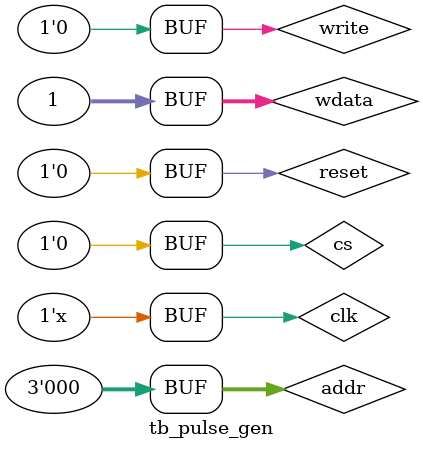
<source format=v>
`timescale 1ns/100ps
module tb_pulse_gen();

reg clk = 1;
reg reset = 1;
reg cs = 0;
reg [2:0] addr = 0;
reg write = 0;
reg [31:0] wdata = 0;

always #5
	clk<=~clk;
	
initial
	begin
	#100
	reset<=0;
	#100
	cs<=1;
	write<=1;
	addr<=1; //start
	wdata<=32'h800A000A;
	#10
	cs<=0;
	write<=0;
	#10
	cs<=1;
	write<=1;
	addr<=2; //stop 0
	wdata<=32'h800A0014;
	#10
	cs<=0;
	write<=0;
	#10
	cs<=1;
	write<=1;
	addr<=3; //stop 1
	wdata<=32'h800A0032;
	#10
	cs<=0;
	write<=0;
	#10
	cs<=1;
	write<=1;
	addr<=4; //stop 2
	wdata<=32'h800A0064;
	#10
	cs<=0;
	write<=0;
	#10
	cs<=1;
	write<=1;
	addr<=5; //stop 3
	wdata<=32'h800A00C8;
	#10
	cs<=0;
	write<=0;
	#10
	cs<=1;
	write<=1;
	addr<=6; //stop 4
	wdata<=32'h800A01F4;
	#10
	cs<=0;
	write<=0;
	#10
	cs<=1;
	write<=1;
	addr<=0; //control
	wdata<=32'h00000001;
	#10
	cs<=0;
	write<=0;
	end 

test_pulse_generator u0
(
.avmm_reset(reset),
.avmm_clk(clk),
.avmm_cs(cs),
.avmm_addr(addr),
.avmm_write(write),
.avmm_writedata(wdata),
.avmm_read(),
.avmm_readdata(),
.start_pulse(),
.stop_pulse()
);

endmodule 
</source>
